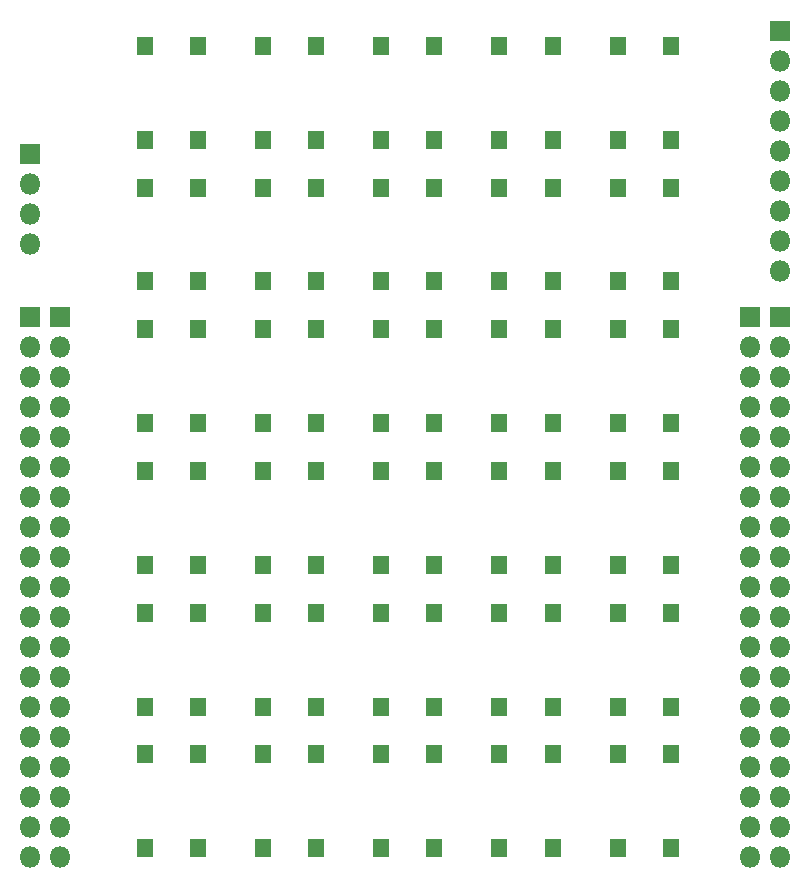
<source format=gts>
G04 #@! TF.GenerationSoftware,KiCad,Pcbnew,5.1.6-c6e7f7d~87~ubuntu18.04.1*
G04 #@! TF.CreationDate,2021-01-10T20:40:06-05:00*
G04 #@! TF.ProjectId,dicecalc,64696365-6361-46c6-932e-6b696361645f,rev?*
G04 #@! TF.SameCoordinates,Original*
G04 #@! TF.FileFunction,Soldermask,Top*
G04 #@! TF.FilePolarity,Negative*
%FSLAX46Y46*%
G04 Gerber Fmt 4.6, Leading zero omitted, Abs format (unit mm)*
G04 Created by KiCad (PCBNEW 5.1.6-c6e7f7d~87~ubuntu18.04.1) date 2021-01-10 20:40:06*
%MOMM*%
%LPD*%
G01*
G04 APERTURE LIST*
%ADD10R,1.400000X1.650000*%
%ADD11R,1.800000X1.800000*%
%ADD12O,1.800000X1.800000*%
G04 APERTURE END LIST*
D10*
X116650000Y-145075000D03*
X121150000Y-145075000D03*
X121150000Y-137125000D03*
X116650000Y-137125000D03*
D11*
X66900000Y-112100000D03*
D12*
X66900000Y-114640000D03*
X66900000Y-117180000D03*
X66900000Y-119720000D03*
X66900000Y-122260000D03*
X66900000Y-124800000D03*
X66900000Y-127340000D03*
X66900000Y-129880000D03*
X66900000Y-132420000D03*
X66900000Y-134960000D03*
X66900000Y-137500000D03*
X66900000Y-140040000D03*
X66900000Y-142580000D03*
X66900000Y-145120000D03*
X66900000Y-147660000D03*
X66900000Y-150200000D03*
X66900000Y-152740000D03*
X66900000Y-155280000D03*
X66900000Y-157820000D03*
X69440000Y-157820000D03*
X69440000Y-155280000D03*
X69440000Y-152740000D03*
X69440000Y-150200000D03*
X69440000Y-147660000D03*
X69440000Y-145120000D03*
X69440000Y-142580000D03*
X69440000Y-140040000D03*
X69440000Y-137500000D03*
X69440000Y-134960000D03*
X69440000Y-132420000D03*
X69440000Y-129880000D03*
X69440000Y-127340000D03*
X69440000Y-124800000D03*
X69440000Y-122260000D03*
X69440000Y-119720000D03*
X69440000Y-117180000D03*
X69440000Y-114640000D03*
D11*
X69440000Y-112100000D03*
X127900000Y-112100000D03*
D12*
X127900000Y-114640000D03*
X127900000Y-117180000D03*
X127900000Y-119720000D03*
X127900000Y-122260000D03*
X127900000Y-124800000D03*
X127900000Y-127340000D03*
X127900000Y-129880000D03*
X127900000Y-132420000D03*
X127900000Y-134960000D03*
X127900000Y-137500000D03*
X127900000Y-140040000D03*
X127900000Y-142580000D03*
X127900000Y-145120000D03*
X127900000Y-147660000D03*
X127900000Y-150200000D03*
X127900000Y-152740000D03*
X127900000Y-155280000D03*
X127900000Y-157820000D03*
X130440000Y-157820000D03*
X130440000Y-155280000D03*
X130440000Y-152740000D03*
X130440000Y-150200000D03*
X130440000Y-147660000D03*
X130440000Y-145120000D03*
X130440000Y-142580000D03*
X130440000Y-140040000D03*
X130440000Y-137500000D03*
X130440000Y-134960000D03*
X130440000Y-132420000D03*
X130440000Y-129880000D03*
X130440000Y-127340000D03*
X130440000Y-124800000D03*
X130440000Y-122260000D03*
X130440000Y-119720000D03*
X130440000Y-117180000D03*
X130440000Y-114640000D03*
D11*
X130440000Y-112100000D03*
D10*
X91150000Y-157075000D03*
X86650000Y-157075000D03*
X86650000Y-149125000D03*
X91150000Y-149125000D03*
X91150000Y-137125000D03*
X86650000Y-137125000D03*
X86650000Y-145075000D03*
X91150000Y-145075000D03*
X96650000Y-145075000D03*
X101150000Y-145075000D03*
X101150000Y-137125000D03*
X96650000Y-137125000D03*
X106650000Y-145075000D03*
X111150000Y-145075000D03*
X111150000Y-137125000D03*
X106650000Y-137125000D03*
X91150000Y-125125000D03*
X86650000Y-125125000D03*
X86650000Y-133075000D03*
X91150000Y-133075000D03*
X96650000Y-125125000D03*
X101150000Y-125125000D03*
X101150000Y-133075000D03*
X96650000Y-133075000D03*
X106650000Y-133075000D03*
X111150000Y-133075000D03*
X111150000Y-125125000D03*
X106650000Y-125125000D03*
X91150000Y-113125000D03*
X86650000Y-113125000D03*
X86650000Y-121075000D03*
X91150000Y-121075000D03*
X101150000Y-113125000D03*
X96650000Y-113125000D03*
X96650000Y-121075000D03*
X101150000Y-121075000D03*
X106650000Y-113125000D03*
X111150000Y-113125000D03*
X111150000Y-121075000D03*
X106650000Y-121075000D03*
X116650000Y-133075000D03*
X121150000Y-133075000D03*
X121150000Y-125125000D03*
X116650000Y-125125000D03*
X116650000Y-113125000D03*
X121150000Y-113125000D03*
X121150000Y-121075000D03*
X116650000Y-121075000D03*
X116650000Y-101125000D03*
X121150000Y-101125000D03*
X121150000Y-109075000D03*
X116650000Y-109075000D03*
X106650000Y-89125000D03*
X111150000Y-89125000D03*
X111150000Y-97075000D03*
X106650000Y-97075000D03*
X81150000Y-101125000D03*
X76650000Y-101125000D03*
X76650000Y-109075000D03*
X81150000Y-109075000D03*
X91150000Y-101125000D03*
X86650000Y-101125000D03*
X86650000Y-109075000D03*
X91150000Y-109075000D03*
X101150000Y-101125000D03*
X96650000Y-101125000D03*
X96650000Y-109075000D03*
X101150000Y-109075000D03*
X106650000Y-109075000D03*
X111150000Y-109075000D03*
X111150000Y-101125000D03*
X106650000Y-101125000D03*
X81150000Y-97075000D03*
X76650000Y-97075000D03*
X76650000Y-89125000D03*
X81150000Y-89125000D03*
X91150000Y-97075000D03*
X86650000Y-97075000D03*
X86650000Y-89125000D03*
X91150000Y-89125000D03*
X101150000Y-89125000D03*
X96650000Y-89125000D03*
X96650000Y-97075000D03*
X101150000Y-97075000D03*
X116650000Y-149125000D03*
X121150000Y-149125000D03*
X121150000Y-157075000D03*
X116650000Y-157075000D03*
X116650000Y-97075000D03*
X121150000Y-97075000D03*
X121150000Y-89125000D03*
X116650000Y-89125000D03*
X96650000Y-149125000D03*
X101150000Y-149125000D03*
X101150000Y-157075000D03*
X96650000Y-157075000D03*
X106650000Y-149125000D03*
X111150000Y-149125000D03*
X111150000Y-157075000D03*
X106650000Y-157075000D03*
X81150000Y-121075000D03*
X76650000Y-121075000D03*
X76650000Y-113125000D03*
X81150000Y-113125000D03*
X81150000Y-133075000D03*
X76650000Y-133075000D03*
X76650000Y-125125000D03*
X81150000Y-125125000D03*
X81150000Y-145075000D03*
X76650000Y-145075000D03*
X76650000Y-137125000D03*
X81150000Y-137125000D03*
X81150000Y-157075000D03*
X76650000Y-157075000D03*
X76650000Y-149125000D03*
X81150000Y-149125000D03*
D11*
X130440000Y-87900000D03*
D12*
X130440000Y-90440000D03*
X130440000Y-92980000D03*
X130440000Y-95520000D03*
X130440000Y-98060000D03*
X130440000Y-100600000D03*
X130440000Y-103140000D03*
X130440000Y-105680000D03*
X130380000Y-108220000D03*
D11*
X66900000Y-98250000D03*
D12*
X66900000Y-100790000D03*
X66900000Y-103330000D03*
X66900000Y-105870000D03*
M02*

</source>
